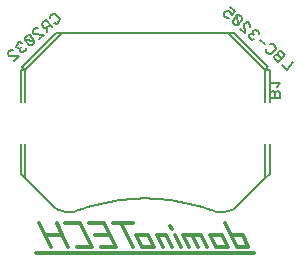
<source format=gbo>
G75*
%MOIN*%
%OFA0B0*%
%FSLAX24Y24*%
%IPPOS*%
%LPD*%
%AMOC8*
5,1,8,0,0,1.08239X$1,22.5*
%
%ADD10C,0.0060*%
%ADD11C,0.0118*%
%ADD12C,0.0079*%
D10*
X002057Y007988D02*
X002229Y008137D01*
X001909Y008160D01*
X001872Y008203D01*
X001878Y008283D01*
X001964Y008357D01*
X002044Y008351D01*
X002151Y008444D02*
X002188Y008401D01*
X002268Y008395D01*
X002262Y008315D01*
X002299Y008272D01*
X002379Y008266D01*
X002465Y008340D01*
X002471Y008420D01*
X002578Y008513D02*
X002658Y008507D01*
X002744Y008581D01*
X002750Y008661D01*
X002430Y008684D01*
X002578Y008513D01*
X002750Y008661D02*
X002602Y008833D01*
X002522Y008838D01*
X002436Y008764D01*
X002430Y008684D01*
X002323Y008592D02*
X002243Y008598D01*
X002157Y008524D01*
X002151Y008444D01*
X002268Y008395D02*
X002311Y008432D01*
X002746Y008882D02*
X002709Y008925D01*
X002714Y009005D01*
X002800Y009079D01*
X002880Y009073D01*
X002987Y009166D02*
X002993Y009246D01*
X003122Y009357D01*
X003344Y009099D01*
X003270Y009185D02*
X003142Y009074D01*
X003062Y009080D01*
X002987Y009166D01*
X003184Y009111D02*
X003173Y008951D01*
X003066Y008859D02*
X002746Y008882D01*
X002894Y008710D02*
X003066Y008859D01*
X003414Y009235D02*
X003494Y009229D01*
X003580Y009303D01*
X003586Y009383D01*
X003438Y009555D01*
X003358Y009560D01*
X003272Y009486D01*
X003266Y009406D01*
X009074Y009570D02*
X009080Y009490D01*
X009166Y009416D01*
X009246Y009422D01*
X009320Y009508D02*
X009271Y009625D01*
X009228Y009662D01*
X009148Y009656D01*
X009074Y009570D01*
X009320Y009508D02*
X009431Y009637D01*
X009259Y009785D01*
X009501Y009501D02*
X009524Y009181D01*
X009444Y009175D01*
X009359Y009250D01*
X009353Y009330D01*
X009501Y009501D01*
X009581Y009507D01*
X009667Y009433D01*
X009673Y009353D01*
X009524Y009181D01*
X009594Y009046D02*
X009766Y008898D01*
X009743Y009218D01*
X009780Y009261D01*
X009860Y009266D01*
X009946Y009192D01*
X009951Y009112D01*
X010059Y009020D02*
X010021Y008977D01*
X010027Y008897D01*
X009947Y008891D01*
X009910Y008848D01*
X009916Y008768D01*
X010002Y008694D01*
X010082Y008700D01*
X010070Y008860D02*
X010027Y008897D01*
X010059Y009020D02*
X010139Y009026D01*
X010224Y008952D01*
X010230Y008872D01*
X010263Y008693D02*
X010435Y008545D01*
X010616Y008539D02*
X010696Y008544D01*
X010782Y008470D01*
X010788Y008390D01*
X010640Y008219D01*
X010560Y008213D01*
X010474Y008287D01*
X010468Y008367D01*
X010747Y008126D02*
X010753Y008046D01*
X010881Y007935D01*
X011104Y008193D01*
X010975Y008304D01*
X010895Y008298D01*
X010858Y008255D01*
X010864Y008175D01*
X010993Y008064D01*
X010864Y008175D02*
X010784Y008169D01*
X010747Y008126D01*
X010988Y007843D02*
X011160Y007694D01*
X011383Y007952D01*
X010940Y007236D02*
X010599Y007236D01*
X010599Y007123D02*
X010599Y007350D01*
X010826Y007123D02*
X010940Y007236D01*
X010883Y006981D02*
X010826Y006981D01*
X010769Y006925D01*
X010769Y006755D01*
X010599Y006755D02*
X010599Y006925D01*
X010656Y006981D01*
X010713Y006981D01*
X010769Y006925D01*
X010883Y006981D02*
X010940Y006925D01*
X010940Y006755D01*
X010599Y006755D01*
D11*
X010080Y001581D02*
X002797Y001581D01*
X003289Y001778D02*
X003092Y002172D01*
X003683Y002172D01*
X003880Y001778D01*
X004175Y001778D02*
X004667Y001778D01*
X004273Y002565D01*
X003781Y002565D01*
X003486Y002565D02*
X003683Y002172D01*
X003092Y002172D02*
X002895Y002565D01*
X004569Y002565D02*
X005061Y002565D01*
X005257Y002172D01*
X004765Y002172D01*
X004962Y001778D02*
X005454Y001778D01*
X005257Y002172D01*
X005356Y002565D02*
X005651Y002565D01*
X006045Y002565D01*
X005651Y002565D02*
X006045Y001778D01*
X006340Y001778D02*
X006143Y002172D01*
X006537Y002172D01*
X006734Y001778D01*
X006340Y001778D01*
X006832Y002172D02*
X007029Y001778D01*
X007324Y001778D02*
X007128Y002172D01*
X006832Y002172D01*
X007324Y002369D02*
X007275Y002467D01*
X007423Y002172D02*
X007620Y001778D01*
X007915Y001778D02*
X007718Y002172D01*
X008013Y002172D01*
X008210Y001778D01*
X008506Y001778D02*
X008309Y002172D01*
X008013Y002172D01*
X008604Y002172D02*
X008998Y002172D01*
X009194Y001778D01*
X008801Y001778D01*
X008604Y002172D01*
X009096Y002565D02*
X009293Y002172D01*
X009687Y002172D01*
X009883Y001778D01*
X009490Y001778D01*
X009293Y002172D01*
D12*
X009437Y003081D02*
X010450Y004076D01*
X010450Y005223D01*
X010588Y005223D02*
X010588Y004212D01*
X010450Y004076D01*
X009437Y003081D02*
X009386Y003051D01*
X009332Y003025D01*
X009277Y003002D01*
X009221Y002983D01*
X009163Y002967D01*
X009105Y002956D01*
X009046Y002947D01*
X008986Y002943D01*
X008927Y002942D01*
X008867Y002945D01*
X008808Y002952D01*
X008808Y002953D02*
X008662Y003008D01*
X008514Y003060D01*
X008365Y003108D01*
X008215Y003152D01*
X008064Y003193D01*
X007912Y003231D01*
X007760Y003264D01*
X007606Y003294D01*
X007452Y003321D01*
X007297Y003343D01*
X007142Y003362D01*
X006986Y003377D01*
X006830Y003388D01*
X006674Y003396D01*
X006517Y003400D01*
X006361Y003400D01*
X006204Y003396D01*
X006048Y003388D01*
X005892Y003377D01*
X005736Y003362D01*
X005581Y003343D01*
X005426Y003321D01*
X005272Y003294D01*
X005118Y003264D01*
X004966Y003231D01*
X004814Y003193D01*
X004663Y003152D01*
X004513Y003108D01*
X004364Y003060D01*
X004216Y003008D01*
X004070Y002953D01*
X003440Y003081D02*
X002427Y004076D01*
X002427Y005223D01*
X002289Y005223D02*
X002289Y004212D01*
X002427Y004076D01*
X003440Y003081D02*
X003491Y003051D01*
X003545Y003025D01*
X003600Y003002D01*
X003656Y002983D01*
X003714Y002967D01*
X003772Y002956D01*
X003831Y002947D01*
X003891Y002943D01*
X003950Y002942D01*
X004010Y002945D01*
X004069Y002952D01*
X002427Y006601D02*
X002427Y007674D01*
X002333Y007775D01*
X003470Y008912D01*
X003665Y008912D01*
X009212Y008912D01*
X009407Y008912D01*
X010544Y007775D01*
X010450Y007674D01*
X010450Y006601D01*
X010588Y006601D02*
X010588Y007669D01*
X010450Y007674D01*
X009212Y008912D01*
X003665Y008912D02*
X002427Y007674D01*
X002289Y007669D01*
X002289Y006601D01*
M02*

</source>
